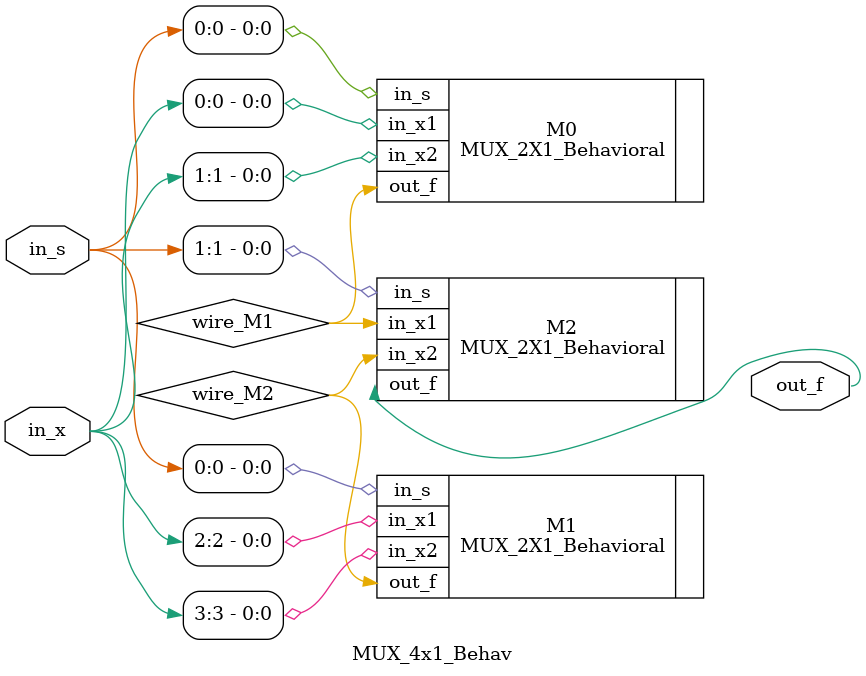
<source format=v>
`timescale 1ns / 1ps


module MUX_4x1_Behav(
    input [3:0] in_x,
    input [1:0] in_s,
    output out_f
    );
//    always @(in_x, in_s)
//    begin
//        case(in_s)
//            2'b00: out_f = in_x[0];
//            2'b01: out_f = in_x[1];
//            2'b10: out_f = in_x[2];
//            2'b11: out_f = in_x[3];
//        endcase
//    end
    /*
    Module being used:
        MUX_2X1_Behavioral(input in_x1, in_x2, in_s,output reg out_f)
    */
    
    wire wire_M1, wire_M2;
    
    MUX_2X1_Behavioral M0 (
        .in_x1(in_x[0]),
        .in_x2(in_x[1]),
        .in_s(in_s[0]),
        .out_f(wire_M1)
    );
    MUX_2X1_Behavioral M1 (
        .in_x1(in_x[2]),
        .in_x2(in_x[3]),
        .in_s(in_s[0]),
        .out_f(wire_M2)
    );
    MUX_2X1_Behavioral M2 (
        .in_x1(wire_M1),
        .in_x2(wire_M2),
        .in_s(in_s[1]),
        .out_f(out_f)
    );
endmodule

</source>
